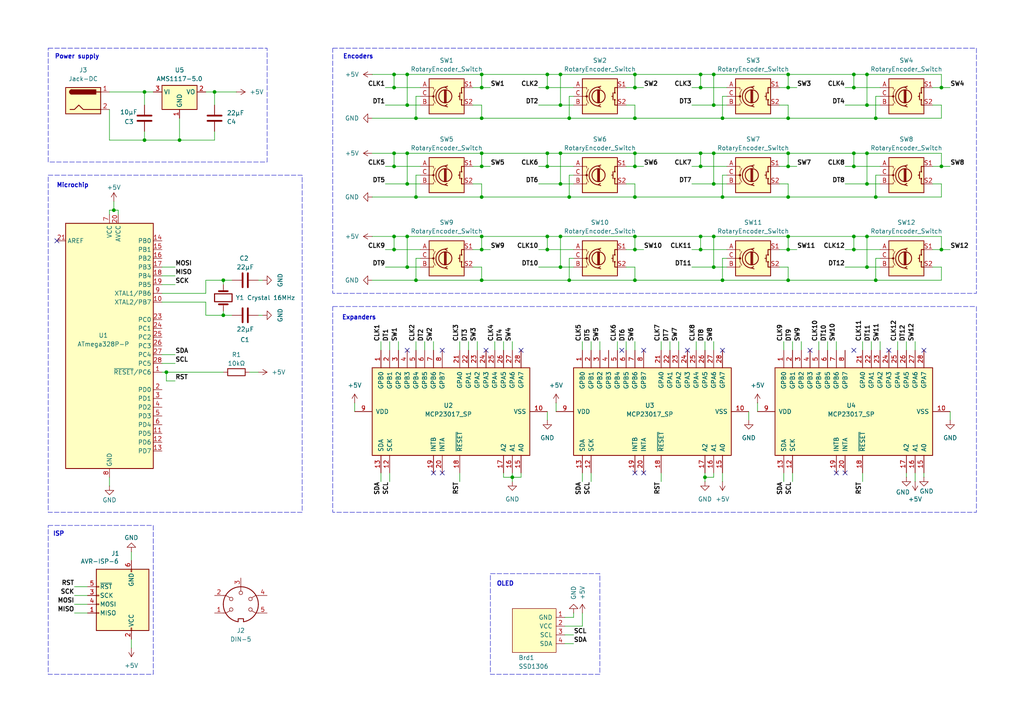
<source format=kicad_sch>
(kicad_sch (version 20250114) (generator "eeschema") (generator_version "9.0")
  (paper "A4")
  (title_block (title "MIDI Controller") (date "Oct. 2025"))
  (lib_symbols
    (symbol "Connector:AVR-ISP-6" (pin_names (offset 1.016))
      (property "Reference" "J" (at -6.35 11.43 0))
      (property "Value" "AVR-ISP-6" (at 0 11.43 0))
      (symbol "AVR-ISP-6_1_1"
        (pin passive line (at -2.54 12.7 270) (length 2.54) (name "VCC") (number "2"))
        (pin passive line (at -2.54 -10.16 90) (length 2.54) (name "GND") (number "6"))
        (pin passive line (at 10.16 5.08 180) (length 2.54) (name "MISO") (number "1"))
        (pin passive line (at 10.16 2.54 180) (length 2.54) (name "MOSI") (number "4"))
        (pin passive line (at 10.16 0 180) (length 2.54) (name "SCK") (number "3"))
        (pin passive line (at 10.16 -2.54 180) (length 2.54) (name "~{RST}") (number "5"))
      )
    )
    (symbol "Connector:DIN-5" (pin_names (offset 1.016))
      (property "Reference" "J" (at 3.175 5.715 0))
      (property "Value" "DIN-5" (at 0 -6.35 0))
      (symbol "DIN-5_1_1"
        (pin passive line (at -7.62 2.54 0) (length 2.54) (name "~") (number "2"))
        (pin passive line (at -7.62 -2.54 0) (length 2.54) (name "~") (number "1"))
        (pin passive line (at 0 7.62 270) (length 2.54) (name "~") (number "3"))
        (pin passive line (at 7.62 2.54 180) (length 2.54) (name "~") (number "4"))
        (pin passive line (at 7.62 -2.54 180) (length 2.54) (name "~") (number "5"))
      )
    )
    (symbol "Connector:Jack-DC" (pin_names (offset 1.016))
      (property "Reference" "J" (at 0 5.334 0))
      (property "Value" "Jack-DC" (at 0 -5.08 0))
      (symbol "Jack-DC_1_1"
        (pin passive line (at 7.62 2.54 180) (length 2.54) (name "~") (number "1"))
        (pin passive line (at 7.62 -2.54 180) (length 2.54) (name "~") (number "2"))
      )
    )
    (symbol "Device:C" (pin_numbers (hide yes)) (pin_names (offset 0.254))
      (property "Reference" "C" (at 0.635 2.54 0))
      (property "Value" "C" (at 0.635 -2.54 0))
      (symbol "C_1_1"
        (pin passive line (at 0 3.81 270) (length 2.794) (name "~") (number "1"))
        (pin passive line (at 0 -3.81 90) (length 2.794) (name "~") (number "2"))
      )
    )
    (symbol "Device:Crystal" (pin_numbers (hide yes)) (pin_names (offset 1.016) (hide yes))
      (property "Reference" "Y" (at 0 3.81 0))
      (property "Value" "Crystal" (at 0 -3.81 0))
      (symbol "Crystal_1_1"
        (pin passive line (at -3.81 0 0) (length 1.27) (name "1") (number "1"))
        (pin passive line (at 3.81 0 180) (length 1.27) (name "2") (number "2"))
      )
    )
    (symbol "Device:R" (pin_numbers (hide yes)) (pin_names (offset 0))
      (property "Reference" "R" (at 2.032 0 90))
      (property "Value" "R" (at 0 0 90))
      (symbol "R_1_1"
        (pin passive line (at 0 3.81 270) (length 1.27) (name "~") (number "1"))
        (pin passive line (at 0 -3.81 90) (length 1.27) (name "~") (number "2"))
      )
    )
    (symbol "Device:RotaryEncoder_Switch" (pin_names (offset 0.254) (hide yes))
      (property "Reference" "SW" (at 0 6.604 0))
      (property "Value" "RotaryEncoder_Switch" (at 0 -6.604 0))
      (symbol "RotaryEncoder_Switch_1_1"
        (pin passive line (at -7.62 2.54 0) (length 2.54) (name "A") (number "A"))
        (pin passive line (at -7.62 0 0) (length 2.54) (name "C") (number "C"))
        (pin passive line (at -7.62 -2.54 0) (length 2.54) (name "B") (number "B"))
        (pin passive line (at 7.62 2.54 180) (length 2.54) (name "S1") (number "S1"))
        (pin passive line (at 7.62 -2.54 180) (length 2.54) (name "S2") (number "S2"))
      )
    )
    (symbol "Interface_Expansion:MCP23017_SP" (pin_names (offset 1.016))
      (property "Reference" "U" (at -11.43 24.13 0))
      (property "Value" "MCP23017_SP" (at 0 0 0))
      (symbol "MCP23017_SP_1_1"
        (pin bidirectional line (at -17.78 20.32 0) (length 5.08) (name "SDA") (number "13"))
        (pin input line (at -17.78 17.78 0) (length 5.08) (name "SCK") (number "12"))
        (pin tri_state line (at -17.78 5.08 0) (length 5.08) (name "INTB") (number "19"))
        (pin tri_state line (at -17.78 2.54 0) (length 5.08) (name "INTA") (number "20"))
        (pin input line (at -17.78 -2.54 0) (length 5.08) (name "~{RESET}") (number "18"))
        (pin input line (at -17.78 -15.24 0) (length 5.08) (name "A2") (number "17"))
        (pin input line (at -17.78 -17.78 0) (length 5.08) (name "A1") (number "16"))
        (pin input line (at -17.78 -20.32 0) (length 5.08) (name "A0") (number "15"))
        (pin no_connect line (at -12.7 15.24 0) (length 5.08) (hide yes) (name "NC") (number "11"))
        (pin no_connect line (at -12.7 12.7 0) (length 5.08) (hide yes) (name "NC") (number "14"))
        (pin power_in line (at 0 27.94 270) (length 5.08) (name "VDD") (number "9"))
        (pin power_in line (at 0 -27.94 90) (length 5.08) (name "VSS") (number "10"))
        (pin bidirectional line (at 17.78 20.32 180) (length 5.08) (name "GPB0") (number "1"))
        (pin bidirectional line (at 17.78 17.78 180) (length 5.08) (name "GPB1") (number "2"))
        (pin bidirectional line (at 17.78 15.24 180) (length 5.08) (name "GPB2") (number "3"))
        (pin bidirectional line (at 17.78 12.7 180) (length 5.08) (name "GPB3") (number "4"))
        (pin bidirectional line (at 17.78 10.16 180) (length 5.08) (name "GPB4") (number "5"))
        (pin bidirectional line (at 17.78 7.62 180) (length 5.08) (name "GPB5") (number "6"))
        (pin bidirectional line (at 17.78 5.08 180) (length 5.08) (name "GPB6") (number "7"))
        (pin output line (at 17.78 2.54 180) (length 5.08) (name "GPB7") (number "8"))
        (pin bidirectional line (at 17.78 -2.54 180) (length 5.08) (name "GPA0") (number "21"))
        (pin bidirectional line (at 17.78 -5.08 180) (length 5.08) (name "GPA1") (number "22"))
        (pin bidirectional line (at 17.78 -7.62 180) (length 5.08) (name "GPA2") (number "23"))
        (pin bidirectional line (at 17.78 -10.16 180) (length 5.08) (name "GPA3") (number "24"))
        (pin bidirectional line (at 17.78 -12.7 180) (length 5.08) (name "GPA4") (number "25"))
        (pin bidirectional line (at 17.78 -15.24 180) (length 5.08) (name "GPA5") (number "26"))
        (pin bidirectional line (at 17.78 -17.78 180) (length 5.08) (name "GPA6") (number "27"))
        (pin output line (at 17.78 -20.32 180) (length 5.08) (name "GPA7") (number "28"))
      )
    )
    (symbol "MCU_Microchip_ATmega:ATmega328P-P"
      (property "Reference" "U" (at -12.7 36.83 0))
      (property "Value" "ATmega328P-P" (at 2.54 -36.83 0))
      (symbol "ATmega328P-P_1_1"
        (pin passive line (at -15.24 30.48 0) (length 2.54) (name "AREF") (number "21"))
        (pin power_in line (at 0 38.1 270) (length 2.54) (name "VCC") (number "7"))
        (pin passive line (at 0 -38.1 90) (length 2.54) (hide yes) (name "GND") (number "22"))
        (pin power_in line (at 0 -38.1 90) (length 2.54) (name "GND") (number "8"))
        (pin power_in line (at 2.54 38.1 270) (length 2.54) (name "AVCC") (number "20"))
        (pin bidirectional line (at 15.24 30.48 180) (length 2.54) (name "PB0") (number "14"))
        (pin bidirectional line (at 15.24 27.94 180) (length 2.54) (name "PB1") (number "15"))
        (pin bidirectional line (at 15.24 25.4 180) (length 2.54) (name "PB2") (number "16"))
        (pin bidirectional line (at 15.24 22.86 180) (length 2.54) (name "PB3") (number "17"))
        (pin bidirectional line (at 15.24 20.32 180) (length 2.54) (name "PB4") (number "18"))
        (pin bidirectional line (at 15.24 17.78 180) (length 2.54) (name "PB5") (number "19"))
        (pin bidirectional line (at 15.24 15.24 180) (length 2.54) (name "XTAL1/PB6") (number "9"))
        (pin bidirectional line (at 15.24 12.7 180) (length 2.54) (name "XTAL2/PB7") (number "10"))
        (pin bidirectional line (at 15.24 7.62 180) (length 2.54) (name "PC0") (number "23"))
        (pin bidirectional line (at 15.24 5.08 180) (length 2.54) (name "PC1") (number "24"))
        (pin bidirectional line (at 15.24 2.54 180) (length 2.54) (name "PC2") (number "25"))
        (pin bidirectional line (at 15.24 0 180) (length 2.54) (name "PC3") (number "26"))
        (pin bidirectional line (at 15.24 -2.54 180) (length 2.54) (name "PC4") (number "27"))
        (pin bidirectional line (at 15.24 -5.08 180) (length 2.54) (name "PC5") (number "28"))
        (pin bidirectional line (at 15.24 -7.62 180) (length 2.54) (name "~{RESET}/PC6") (number "1"))
        (pin bidirectional line (at 15.24 -12.7 180) (length 2.54) (name "PD0") (number "2"))
        (pin bidirectional line (at 15.24 -15.24 180) (length 2.54) (name "PD1") (number "3"))
        (pin bidirectional line (at 15.24 -17.78 180) (length 2.54) (name "PD2") (number "4"))
        (pin bidirectional line (at 15.24 -20.32 180) (length 2.54) (name "PD3") (number "5"))
        (pin bidirectional line (at 15.24 -22.86 180) (length 2.54) (name "PD4") (number "6"))
        (pin bidirectional line (at 15.24 -25.4 180) (length 2.54) (name "PD5") (number "11"))
        (pin bidirectional line (at 15.24 -27.94 180) (length 2.54) (name "PD6") (number "12"))
        (pin bidirectional line (at 15.24 -30.48 180) (length 2.54) (name "PD7") (number "13"))
      )
    )
    (symbol "Regulator_Linear:AMS1117-5.0"
      (property "Reference" "U" (at -3.81 3.175 0))
      (property "Value" "AMS1117-5.0" (at 0 3.175 0))
      (symbol "AMS1117-5.0_1_1"
        (pin power_in line (at -7.62 0 0) (length 2.54) (name "VI") (number "3"))
        (pin power_in line (at 0 -7.62 90) (length 2.54) (name "GND") (number "1"))
        (pin power_out line (at 7.62 0 180) (length 2.54) (name "VO") (number "2"))
      )
    )
    (symbol "SSD1306-128x64_OLED:SSD1306" (pin_names (offset 1.016))
      (property "Reference" "Brd" (at 0 -3.81 0))
      (property "Value" "SSD1306" (at 0 -1.27 0))
      (symbol "SSD1306_1_1"
        (pin input line (at -3.81 8.89 270) (length 2.54) (name "GND") (number "1"))
        (pin input line (at -1.27 8.89 270) (length 2.54) (name "VCC") (number "2"))
        (pin input line (at 1.27 8.89 270) (length 2.54) (name "SCL") (number "3"))
        (pin input line (at 3.81 8.89 270) (length 2.54) (name "SDA") (number "4"))
      )
    )
    (symbol "power:+5V" (power) (pin_numbers (hide yes)) (pin_names (offset 0) (hide yes))
      (property "Value" "+5V" (at 0 3.556 0))
      (symbol "+5V_1_1"
        (pin power_in line (at 0 0 90) (length 0) (name "~") (number "1"))
      )
    )
    (symbol "power:GND" (power) (pin_numbers (hide yes)) (pin_names (offset 0) (hide yes))
      (property "Value" "GND" (at 0 -3.81 0))
      (symbol "GND_1_1"
        (pin power_in line (at 0 0 270) (length 0) (name "~") (number "1"))
      )
    )
  )
  (rectangle (start 13.97 13.97) (end 77.47 46.99) (stroke (width 0.127) (type dash)))
  (rectangle (start 96.52 13.97) (end 283.21 85.09) (stroke (width 0.127) (type dash)))
  (rectangle (start 96.52 88.9) (end 283.21 148.59) (stroke (width 0.127) (type dash)))
  (rectangle (start 142.24 166.37) (end 173.99 195.58) (stroke (width 0.127) (type dash)))
  (rectangle (start 13.97 152.4) (end 44.45 195.58) (stroke (width 0.127) (type dash)))
  (rectangle (start 13.97 50.8) (end 87.63 148.59) (stroke (width 0.127) (type dash)))
  (text "Encoders" (at 103.886 16.51 0) (effects (font (size 1.27 1.27) (thickness 0.254) (bold yes))))
  (text "Power supply" (at 22.352 16.51 0) (effects (font (size 1.27 1.27) (thickness 0.254) (bold yes))))
  (text "Microchip" (at 21.082 53.848 0) (effects (font (size 1.27 1.27) (thickness 0.254) (bold yes))))
  (text "OLED" (at 146.558 169.418 0) (effects (font (size 1.27 1.27) (thickness 0.254) (bold yes))))
  (text "ISP" (at 17.018 154.94 0) (effects (font (size 1.27 1.27) (thickness 0.254) (bold yes))))
  (text "Expanders" (at 104.14 92.202 0) (effects (font (size 1.27 1.27) (thickness 0.254) (bold yes))))
  (junction (at 148.59 138.43))
  (junction (at 41.91 26.67))
  (junction (at 118.11 44.45))
  (junction (at 139.7 72.39))
  (junction (at 165.1 34.29))
  (junction (at 139.7 48.26))
  (junction (at 247.65 68.58))
  (junction (at 162.56 44.45))
  (junction (at 158.75 48.26))
  (junction (at 247.65 72.39))
  (junction (at 247.65 25.4))
  (junction (at 64.77 91.44))
  (junction (at 209.55 81.28))
  (junction (at 139.7 34.29))
  (junction (at 207.01 44.45))
  (junction (at 273.05 72.39))
  (junction (at 139.7 68.58))
  (junction (at 247.65 48.26))
  (junction (at 251.46 44.45))
  (junction (at 203.2 21.59))
  (junction (at 162.56 68.58))
  (junction (at 203.2 25.4))
  (junction (at 139.7 44.45))
  (junction (at 228.6 44.45))
  (junction (at 114.3 44.45))
  (junction (at 120.65 81.28))
  (junction (at 203.2 44.45))
  (junction (at 158.75 68.58))
  (junction (at 251.46 30.48))
  (junction (at 165.1 57.15))
  (junction (at 184.15 21.59))
  (junction (at 254 81.28))
  (junction (at 204.47 138.43))
  (junction (at 228.6 72.39))
  (junction (at 228.6 48.26))
  (junction (at 162.56 30.48))
  (junction (at 251.46 21.59))
  (junction (at 203.2 68.58))
  (junction (at 254 34.29))
  (junction (at 118.11 53.34))
  (junction (at 209.55 57.15))
  (junction (at 33.02 60.96))
  (junction (at 203.2 48.26))
  (junction (at 139.7 25.4))
  (junction (at 118.11 68.58))
  (junction (at 203.2 72.39))
  (junction (at 251.46 53.34))
  (junction (at 228.6 25.4))
  (junction (at 184.15 48.26))
  (junction (at 207.01 77.47))
  (junction (at 184.15 25.4))
  (junction (at 118.11 77.47))
  (junction (at 41.91 40.64))
  (junction (at 184.15 68.58))
  (junction (at 251.46 77.47))
  (junction (at 184.15 57.15))
  (junction (at 273.05 25.4))
  (junction (at 209.55 34.29))
  (junction (at 228.6 21.59))
  (junction (at 158.75 44.45))
  (junction (at 251.46 68.58))
  (junction (at 184.15 81.28))
  (junction (at 52.07 40.64))
  (junction (at 207.01 21.59))
  (junction (at 120.65 34.29))
  (junction (at 228.6 34.29))
  (junction (at 118.11 30.48))
  (junction (at 64.77 81.28))
  (junction (at 162.56 21.59))
  (junction (at 207.01 68.58))
  (junction (at 247.65 44.45))
  (junction (at 228.6 57.15))
  (junction (at 184.15 44.45))
  (junction (at 114.3 48.26))
  (junction (at 114.3 25.4))
  (junction (at 139.7 81.28))
  (junction (at 247.65 21.59))
  (junction (at 162.56 53.34))
  (junction (at 139.7 57.15))
  (junction (at 114.3 68.58))
  (junction (at 114.3 72.39))
  (junction (at 62.23 26.67))
  (junction (at 114.3 21.59))
  (junction (at 158.75 72.39))
  (junction (at 184.15 72.39))
  (junction (at 118.11 21.59))
  (junction (at 165.1 81.28))
  (junction (at 158.75 25.4))
  (junction (at 207.01 30.48))
  (junction (at 254 57.15))
  (junction (at 184.15 34.29))
  (junction (at 228.6 68.58))
  (junction (at 162.56 77.47))
  (junction (at 207.01 53.34))
  (junction (at 120.65 57.15))
  (junction (at 48.26 107.95))
  (junction (at 273.05 48.26))
  (junction (at 139.7 21.59))
  (junction (at 228.6 81.28))
  (junction (at 158.75 21.59))
  (no_connect (at 128.27 101.6))
  (no_connect (at 199.39 101.6))
  (no_connect (at 180.34 101.6))
  (no_connect (at 128.27 137.16))
  (no_connect (at 140.97 101.6))
  (no_connect (at 209.55 101.6))
  (no_connect (at 151.13 101.6))
  (no_connect (at 245.11 137.16))
  (no_connect (at 242.57 137.16))
  (no_connect (at 257.81 101.6))
  (no_connect (at 125.73 137.16))
  (no_connect (at 247.65 101.6))
  (no_connect (at 186.69 137.16))
  (no_connect (at 234.95 101.6))
  (no_connect (at 16.51 69.85))
  (no_connect (at 186.69 101.6))
  (no_connect (at 184.15 137.16))
  (no_connect (at 118.11 101.6))
  (no_connect (at 267.97 101.6))
  (wire (pts (xy 255.27 99.06) (xy 255.27 101.6)))
  (wire (pts (xy 139.7 77.47) (xy 139.7 81.28)))
  (wire (pts (xy 156.21 77.47) (xy 162.56 77.47)))
  (wire (pts (xy 245.11 25.4) (xy 247.65 25.4)))
  (wire (pts (xy 62.23 26.67) (xy 62.23 30.48)))
  (wire (pts (xy 158.75 72.39) (xy 166.37 72.39)))
  (wire (pts (xy 228.6 72.39) (xy 231.14 72.39)))
  (wire (pts (xy 139.7 44.45) (xy 139.7 48.26)))
  (wire (pts (xy 34.29 62.23) (xy 34.29 60.96)))
  (wire (pts (xy 270.51 25.4) (xy 273.05 25.4)))
  (wire (pts (xy 166.37 177.8) (xy 166.37 179.07)))
  (wire (pts (xy 184.15 44.45) (xy 203.2 44.45)))
  (wire (pts (xy 64.77 81.28) (xy 64.77 82.55)))
  (wire (pts (xy 260.35 99.06) (xy 260.35 101.6)))
  (wire (pts (xy 158.75 68.58) (xy 162.56 68.58)))
  (wire (pts (xy 148.59 137.16) (xy 148.59 138.43)))
  (wire (pts (xy 254 74.93) (xy 255.27 74.93)))
  (wire (pts (xy 203.2 44.45) (xy 207.01 44.45)))
  (wire (pts (xy 184.15 53.34) (xy 181.61 53.34)))
  (wire (pts (xy 120.65 34.29) (xy 120.65 27.94)))
  (wire (pts (xy 162.56 68.58) (xy 184.15 68.58)))
  (wire (pts (xy 204.47 137.16) (xy 204.47 138.43)))
  (wire (pts (xy 139.7 30.48) (xy 137.16 30.48)))
  (wire (pts (xy 143.51 99.06) (xy 143.51 101.6)))
  (wire (pts (xy 184.15 68.58) (xy 184.15 72.39)))
  (wire (pts (xy 273.05 53.34) (xy 270.51 53.34)))
  (wire (pts (xy 228.6 30.48) (xy 228.6 34.29)))
  (wire (pts (xy 200.66 25.4) (xy 203.2 25.4)))
  (wire (pts (xy 102.87 116.84) (xy 102.87 119.38)))
  (wire (pts (xy 158.75 21.59) (xy 158.75 25.4)))
  (wire (pts (xy 270.51 48.26) (xy 273.05 48.26)))
  (wire (pts (xy 156.21 25.4) (xy 158.75 25.4)))
  (wire (pts (xy 228.6 25.4) (xy 231.14 25.4)))
  (wire (pts (xy 46.99 77.47) (xy 50.8 77.47)))
  (wire (pts (xy 46.99 82.55) (xy 50.8 82.55)))
  (wire (pts (xy 156.21 53.34) (xy 162.56 53.34)))
  (wire (pts (xy 228.6 77.47) (xy 226.06 77.47)))
  (wire (pts (xy 207.01 21.59) (xy 228.6 21.59)))
  (wire (pts (xy 41.91 40.64) (xy 31.75 40.64)))
  (wire (pts (xy 21.59 175.26) (xy 25.4 175.26)))
  (wire (pts (xy 21.59 170.18) (xy 25.4 170.18)))
  (wire (pts (xy 52.07 40.64) (xy 41.91 40.64)))
  (wire (pts (xy 200.66 77.47) (xy 207.01 77.47)))
  (wire (pts (xy 158.75 25.4) (xy 166.37 25.4)))
  (wire (pts (xy 74.93 81.28) (xy 76.2 81.28)))
  (wire (pts (xy 247.65 68.58) (xy 251.46 68.58)))
  (wire (pts (xy 209.55 57.15) (xy 209.55 50.8)))
  (wire (pts (xy 254 57.15) (xy 254 50.8)))
  (wire (pts (xy 135.89 99.06) (xy 135.89 101.6)))
  (wire (pts (xy 161.29 116.84) (xy 161.29 119.38)))
  (wire (pts (xy 138.43 99.06) (xy 138.43 101.6)))
  (wire (pts (xy 64.77 91.44) (xy 64.77 90.17)))
  (wire (pts (xy 162.56 21.59) (xy 184.15 21.59)))
  (wire (pts (xy 207.01 68.58) (xy 228.6 68.58)))
  (wire (pts (xy 111.76 77.47) (xy 118.11 77.47)))
  (wire (pts (xy 196.85 99.06) (xy 196.85 101.6)))
  (wire (pts (xy 184.15 48.26) (xy 186.69 48.26)))
  (wire (pts (xy 52.07 34.29) (xy 52.07 40.64)))
  (wire (pts (xy 207.01 30.48) (xy 210.82 30.48)))
  (wire (pts (xy 120.65 57.15) (xy 120.65 50.8)))
  (wire (pts (xy 181.61 48.26) (xy 184.15 48.26)))
  (wire (pts (xy 120.65 99.06) (xy 120.65 101.6)))
  (wire (pts (xy 207.01 68.58) (xy 207.01 77.47)))
  (wire (pts (xy 59.69 87.63) (xy 59.69 91.44)))
  (wire (pts (xy 165.1 27.94) (xy 166.37 27.94)))
  (wire (pts (xy 171.45 99.06) (xy 171.45 101.6)))
  (wire (pts (xy 33.02 58.42) (xy 33.02 60.96)))
  (wire (pts (xy 111.76 72.39) (xy 114.3 72.39)))
  (wire (pts (xy 228.6 81.28) (xy 254 81.28)))
  (wire (pts (xy 209.55 74.93) (xy 210.82 74.93)))
  (wire (pts (xy 247.65 44.45) (xy 247.65 48.26)))
  (wire (pts (xy 247.65 68.58) (xy 247.65 72.39)))
  (wire (pts (xy 200.66 48.26) (xy 203.2 48.26)))
  (wire (pts (xy 251.46 21.59) (xy 251.46 30.48)))
  (wire (pts (xy 209.55 81.28) (xy 209.55 74.93)))
  (wire (pts (xy 162.56 44.45) (xy 184.15 44.45)))
  (wire (pts (xy 228.6 68.58) (xy 228.6 72.39)))
  (wire (pts (xy 184.15 44.45) (xy 184.15 48.26)))
  (wire (pts (xy 146.05 99.06) (xy 146.05 101.6)))
  (wire (pts (xy 184.15 30.48) (xy 184.15 34.29)))
  (wire (pts (xy 203.2 21.59) (xy 203.2 25.4)))
  (wire (pts (xy 184.15 68.58) (xy 203.2 68.58)))
  (wire (pts (xy 31.75 26.67) (xy 41.91 26.67)))
  (wire (pts (xy 165.1 57.15) (xy 165.1 50.8)))
  (wire (pts (xy 120.65 74.93) (xy 121.92 74.93)))
  (wire (pts (xy 207.01 99.06) (xy 207.01 101.6)))
  (wire (pts (xy 113.03 137.16) (xy 113.03 139.7)))
  (wire (pts (xy 203.2 44.45) (xy 203.2 48.26)))
  (wire (pts (xy 46.99 102.87) (xy 50.8 102.87)))
  (wire (pts (xy 158.75 68.58) (xy 158.75 72.39)))
  (wire (pts (xy 137.16 72.39) (xy 139.7 72.39)))
  (wire (pts (xy 265.43 137.16) (xy 265.43 139.7)))
  (wire (pts (xy 228.6 57.15) (xy 254 57.15)))
  (wire (pts (xy 162.56 21.59) (xy 162.56 30.48)))
  (wire (pts (xy 120.65 34.29) (xy 139.7 34.29)))
  (wire (pts (xy 209.55 137.16) (xy 209.55 139.7)))
  (wire (pts (xy 270.51 72.39) (xy 273.05 72.39)))
  (wire (pts (xy 226.06 25.4) (xy 228.6 25.4)))
  (wire (pts (xy 123.19 99.06) (xy 123.19 101.6)))
  (wire (pts (xy 228.6 53.34) (xy 228.6 57.15)))
  (wire (pts (xy 107.95 34.29) (xy 120.65 34.29)))
  (wire (pts (xy 254 34.29) (xy 273.05 34.29)))
  (wire (pts (xy 184.15 34.29) (xy 209.55 34.29)))
  (wire (pts (xy 59.69 91.44) (xy 64.77 91.44)))
  (wire (pts (xy 62.23 40.64) (xy 52.07 40.64)))
  (wire (pts (xy 254 81.28) (xy 254 74.93)))
  (wire (pts (xy 162.56 30.48) (xy 166.37 30.48)))
  (wire (pts (xy 267.97 137.16) (xy 267.97 138.43)))
  (wire (pts (xy 46.99 105.41) (xy 50.8 105.41)))
  (wire (pts (xy 262.89 99.06) (xy 262.89 101.6)))
  (wire (pts (xy 114.3 68.58) (xy 118.11 68.58)))
  (wire (pts (xy 179.07 99.06) (xy 179.07 101.6)))
  (wire (pts (xy 120.65 50.8) (xy 121.92 50.8)))
  (wire (pts (xy 203.2 21.59) (xy 207.01 21.59)))
  (wire (pts (xy 48.26 110.49) (xy 48.26 107.95)))
  (wire (pts (xy 139.7 21.59) (xy 139.7 25.4)))
  (wire (pts (xy 247.65 21.59) (xy 247.65 25.4)))
  (wire (pts (xy 64.77 81.28) (xy 67.31 81.28)))
  (wire (pts (xy 118.11 68.58) (xy 118.11 77.47)))
  (wire (pts (xy 228.6 77.47) (xy 228.6 81.28)))
  (wire (pts (xy 114.3 21.59) (xy 114.3 25.4)))
  (wire (pts (xy 203.2 68.58) (xy 203.2 72.39)))
  (wire (pts (xy 165.1 50.8) (xy 166.37 50.8)))
  (wire (pts (xy 207.01 137.16) (xy 207.01 138.43)))
  (wire (pts (xy 118.11 77.47) (xy 121.92 77.47)))
  (wire (pts (xy 273.05 72.39) (xy 275.59 72.39)))
  (wire (pts (xy 41.91 38.1) (xy 41.91 40.64)))
  (wire (pts (xy 247.65 44.45) (xy 251.46 44.45)))
  (wire (pts (xy 191.77 137.16) (xy 191.77 139.7)))
  (wire (pts (xy 114.3 44.45) (xy 114.3 48.26)))
  (wire (pts (xy 227.33 137.16) (xy 227.33 139.7)))
  (wire (pts (xy 207.01 138.43) (xy 204.47 138.43)))
  (wire (pts (xy 203.2 72.39) (xy 210.82 72.39)))
  (wire (pts (xy 120.65 81.28) (xy 139.7 81.28)))
  (wire (pts (xy 184.15 57.15) (xy 209.55 57.15)))
  (wire (pts (xy 273.05 30.48) (xy 270.51 30.48)))
  (wire (pts (xy 245.11 72.39) (xy 247.65 72.39)))
  (wire (pts (xy 158.75 21.59) (xy 162.56 21.59)))
  (wire (pts (xy 275.59 119.38) (xy 275.59 121.92)))
  (wire (pts (xy 139.7 34.29) (xy 165.1 34.29)))
  (wire (pts (xy 38.1 185.42) (xy 38.1 187.96)))
  (wire (pts (xy 111.76 53.34) (xy 118.11 53.34)))
  (wire (pts (xy 168.91 99.06) (xy 168.91 101.6)))
  (wire (pts (xy 151.13 137.16) (xy 151.13 138.43)))
  (wire (pts (xy 111.76 25.4) (xy 114.3 25.4)))
  (wire (pts (xy 200.66 30.48) (xy 207.01 30.48)))
  (wire (pts (xy 46.99 80.01) (xy 50.8 80.01)))
  (wire (pts (xy 245.11 77.47) (xy 251.46 77.47)))
  (wire (pts (xy 41.91 26.67) (xy 44.45 26.67)))
  (wire (pts (xy 228.6 34.29) (xy 254 34.29)))
  (wire (pts (xy 158.75 44.45) (xy 162.56 44.45)))
  (wire (pts (xy 68.58 26.67) (xy 62.23 26.67)))
  (wire (pts (xy 31.75 31.75) (xy 31.75 40.64)))
  (wire (pts (xy 184.15 53.34) (xy 184.15 57.15)))
  (wire (pts (xy 200.66 53.34) (xy 207.01 53.34)))
  (wire (pts (xy 200.66 72.39) (xy 203.2 72.39)))
  (wire (pts (xy 139.7 48.26) (xy 142.24 48.26)))
  (wire (pts (xy 242.57 99.06) (xy 242.57 101.6)))
  (wire (pts (xy 228.6 44.45) (xy 247.65 44.45)))
  (wire (pts (xy 254 34.29) (xy 254 27.94)))
  (wire (pts (xy 148.59 138.43) (xy 148.59 139.7)))
  (wire (pts (xy 184.15 21.59) (xy 203.2 21.59)))
  (wire (pts (xy 168.91 137.16) (xy 168.91 139.7)))
  (wire (pts (xy 273.05 44.45) (xy 273.05 48.26)))
  (wire (pts (xy 204.47 138.43) (xy 204.47 139.7)))
  (wire (pts (xy 203.2 68.58) (xy 207.01 68.58)))
  (wire (pts (xy 107.95 57.15) (xy 120.65 57.15)))
  (wire (pts (xy 251.46 44.45) (xy 273.05 44.45)))
  (wire (pts (xy 165.1 34.29) (xy 165.1 27.94)))
  (wire (pts (xy 162.56 68.58) (xy 162.56 77.47)))
  (wire (pts (xy 110.49 137.16) (xy 110.49 139.7)))
  (wire (pts (xy 252.73 99.06) (xy 252.73 101.6)))
  (wire (pts (xy 207.01 44.45) (xy 207.01 53.34)))
  (wire (pts (xy 194.31 99.06) (xy 194.31 101.6)))
  (wire (pts (xy 115.57 99.06) (xy 115.57 101.6)))
  (wire (pts (xy 228.6 68.58) (xy 247.65 68.58)))
  (wire (pts (xy 203.2 25.4) (xy 210.82 25.4)))
  (wire (pts (xy 107.95 81.28) (xy 120.65 81.28)))
  (wire (pts (xy 254 50.8) (xy 255.27 50.8)))
  (wire (pts (xy 139.7 25.4) (xy 142.24 25.4)))
  (wire (pts (xy 139.7 53.34) (xy 139.7 57.15)))
  (wire (pts (xy 228.6 53.34) (xy 226.06 53.34)))
  (wire (pts (xy 31.75 60.96) (xy 33.02 60.96)))
  (wire (pts (xy 107.95 44.45) (xy 114.3 44.45)))
  (wire (pts (xy 146.05 138.43) (xy 148.59 138.43)))
  (wire (pts (xy 226.06 72.39) (xy 228.6 72.39)))
  (wire (pts (xy 207.01 21.59) (xy 207.01 30.48)))
  (wire (pts (xy 139.7 30.48) (xy 139.7 34.29)))
  (wire (pts (xy 273.05 53.34) (xy 273.05 57.15)))
  (wire (pts (xy 111.76 30.48) (xy 118.11 30.48)))
  (wire (pts (xy 228.6 48.26) (xy 231.14 48.26)))
  (wire (pts (xy 232.41 99.06) (xy 232.41 101.6)))
  (wire (pts (xy 165.1 81.28) (xy 184.15 81.28)))
  (wire (pts (xy 162.56 77.47) (xy 166.37 77.47)))
  (wire (pts (xy 133.35 137.16) (xy 133.35 139.7)))
  (wire (pts (xy 118.11 53.34) (xy 121.92 53.34)))
  (wire (pts (xy 118.11 21.59) (xy 118.11 30.48)))
  (wire (pts (xy 237.49 99.06) (xy 237.49 101.6)))
  (wire (pts (xy 184.15 30.48) (xy 181.61 30.48)))
  (wire (pts (xy 209.55 50.8) (xy 210.82 50.8)))
  (wire (pts (xy 118.11 30.48) (xy 121.92 30.48)))
  (wire (pts (xy 137.16 25.4) (xy 139.7 25.4)))
  (wire (pts (xy 184.15 77.47) (xy 181.61 77.47)))
  (wire (pts (xy 254 81.28) (xy 273.05 81.28)))
  (wire (pts (xy 165.1 57.15) (xy 184.15 57.15)))
  (wire (pts (xy 184.15 77.47) (xy 184.15 81.28)))
  (wire (pts (xy 163.83 186.69) (xy 166.37 186.69)))
  (wire (pts (xy 46.99 107.95) (xy 48.26 107.95)))
  (wire (pts (xy 209.55 57.15) (xy 228.6 57.15)))
  (wire (pts (xy 50.8 110.49) (xy 48.26 110.49)))
  (wire (pts (xy 251.46 21.59) (xy 273.05 21.59)))
  (wire (pts (xy 273.05 68.58) (xy 273.05 72.39)))
  (wire (pts (xy 72.39 107.95) (xy 74.93 107.95)))
  (wire (pts (xy 118.11 68.58) (xy 139.7 68.58)))
  (wire (pts (xy 247.65 48.26) (xy 255.27 48.26)))
  (wire (pts (xy 110.49 99.06) (xy 110.49 101.6)))
  (wire (pts (xy 21.59 172.72) (xy 25.4 172.72)))
  (wire (pts (xy 114.3 68.58) (xy 114.3 72.39)))
  (wire (pts (xy 107.95 68.58) (xy 114.3 68.58)))
  (wire (pts (xy 209.55 81.28) (xy 228.6 81.28)))
  (wire (pts (xy 227.33 99.06) (xy 227.33 101.6)))
  (wire (pts (xy 184.15 72.39) (xy 186.69 72.39)))
  (wire (pts (xy 251.46 68.58) (xy 251.46 77.47)))
  (wire (pts (xy 59.69 85.09) (xy 59.69 81.28)))
  (wire (pts (xy 158.75 119.38) (xy 158.75 121.92)))
  (wire (pts (xy 250.19 137.16) (xy 250.19 139.7)))
  (wire (pts (xy 219.71 116.84) (xy 219.71 119.38)))
  (wire (pts (xy 139.7 57.15) (xy 165.1 57.15)))
  (wire (pts (xy 254 27.94) (xy 255.27 27.94)))
  (wire (pts (xy 181.61 99.06) (xy 181.61 101.6)))
  (wire (pts (xy 265.43 99.06) (xy 265.43 101.6)))
  (wire (pts (xy 251.46 77.47) (xy 255.27 77.47)))
  (wire (pts (xy 114.3 25.4) (xy 121.92 25.4)))
  (wire (pts (xy 146.05 137.16) (xy 146.05 138.43)))
  (wire (pts (xy 139.7 68.58) (xy 158.75 68.58)))
  (wire (pts (xy 162.56 44.45) (xy 162.56 53.34)))
  (wire (pts (xy 139.7 72.39) (xy 142.24 72.39)))
  (wire (pts (xy 38.1 160.02) (xy 38.1 162.56)))
  (wire (pts (xy 228.6 44.45) (xy 228.6 48.26)))
  (wire (pts (xy 62.23 38.1) (xy 62.23 40.64)))
  (wire (pts (xy 217.17 119.38) (xy 217.17 121.92)))
  (wire (pts (xy 34.29 60.96) (xy 33.02 60.96)))
  (wire (pts (xy 207.01 77.47) (xy 210.82 77.47)))
  (wire (pts (xy 166.37 179.07) (xy 163.83 179.07)))
  (wire (pts (xy 273.05 30.48) (xy 273.05 34.29)))
  (wire (pts (xy 165.1 81.28) (xy 165.1 74.93)))
  (wire (pts (xy 273.05 25.4) (xy 275.59 25.4)))
  (wire (pts (xy 41.91 26.67) (xy 41.91 30.48)))
  (wire (pts (xy 229.87 137.16) (xy 229.87 139.7)))
  (wire (pts (xy 240.03 99.06) (xy 240.03 101.6)))
  (wire (pts (xy 139.7 44.45) (xy 158.75 44.45)))
  (wire (pts (xy 273.05 48.26) (xy 275.59 48.26)))
  (wire (pts (xy 204.47 99.06) (xy 204.47 101.6)))
  (wire (pts (xy 168.91 177.8) (xy 168.91 181.61)))
  (wire (pts (xy 209.55 34.29) (xy 228.6 34.29)))
  (wire (pts (xy 273.05 21.59) (xy 273.05 25.4)))
  (wire (pts (xy 64.77 91.44) (xy 67.31 91.44)))
  (wire (pts (xy 162.56 53.34) (xy 166.37 53.34)))
  (wire (pts (xy 139.7 81.28) (xy 165.1 81.28)))
  (wire (pts (xy 251.46 30.48) (xy 255.27 30.48)))
  (wire (pts (xy 156.21 30.48) (xy 162.56 30.48)))
  (wire (pts (xy 254 57.15) (xy 273.05 57.15)))
  (wire (pts (xy 191.77 99.06) (xy 191.77 101.6)))
  (wire (pts (xy 31.75 138.43) (xy 31.75 140.97)))
  (wire (pts (xy 203.2 48.26) (xy 210.82 48.26)))
  (wire (pts (xy 118.11 44.45) (xy 139.7 44.45)))
  (wire (pts (xy 251.46 44.45) (xy 251.46 53.34)))
  (wire (pts (xy 181.61 25.4) (xy 184.15 25.4)))
  (wire (pts (xy 273.05 77.47) (xy 273.05 81.28)))
  (wire (pts (xy 46.99 85.09) (xy 59.69 85.09)))
  (wire (pts (xy 139.7 53.34) (xy 137.16 53.34)))
  (wire (pts (xy 228.6 30.48) (xy 226.06 30.48)))
  (wire (pts (xy 247.65 25.4) (xy 255.27 25.4)))
  (wire (pts (xy 165.1 74.93) (xy 166.37 74.93)))
  (wire (pts (xy 120.65 81.28) (xy 120.65 74.93)))
  (wire (pts (xy 250.19 99.06) (xy 250.19 101.6)))
  (wire (pts (xy 125.73 99.06) (xy 125.73 101.6)))
  (wire (pts (xy 113.03 99.06) (xy 113.03 101.6)))
  (wire (pts (xy 139.7 68.58) (xy 139.7 72.39)))
  (wire (pts (xy 226.06 48.26) (xy 228.6 48.26)))
  (wire (pts (xy 184.15 25.4) (xy 186.69 25.4)))
  (wire (pts (xy 173.99 99.06) (xy 173.99 101.6)))
  (wire (pts (xy 148.59 99.06) (xy 148.59 101.6)))
  (wire (pts (xy 184.15 81.28) (xy 209.55 81.28)))
  (wire (pts (xy 184.15 21.59) (xy 184.15 25.4)))
  (wire (pts (xy 107.95 21.59) (xy 114.3 21.59)))
  (wire (pts (xy 111.76 48.26) (xy 114.3 48.26)))
  (wire (pts (xy 229.87 99.06) (xy 229.87 101.6)))
  (wire (pts (xy 118.11 44.45) (xy 118.11 53.34)))
  (wire (pts (xy 158.75 44.45) (xy 158.75 48.26)))
  (wire (pts (xy 245.11 48.26) (xy 247.65 48.26)))
  (wire (pts (xy 184.15 99.06) (xy 184.15 101.6)))
  (wire (pts (xy 21.59 177.8) (xy 25.4 177.8)))
  (wire (pts (xy 228.6 21.59) (xy 228.6 25.4)))
  (wire (pts (xy 273.05 77.47) (xy 270.51 77.47)))
  (wire (pts (xy 209.55 27.94) (xy 210.82 27.94)))
  (wire (pts (xy 207.01 53.34) (xy 210.82 53.34)))
  (wire (pts (xy 120.65 57.15) (xy 139.7 57.15)))
  (wire (pts (xy 156.21 72.39) (xy 158.75 72.39)))
  (wire (pts (xy 245.11 30.48) (xy 251.46 30.48)))
  (wire (pts (xy 245.11 53.34) (xy 251.46 53.34)))
  (wire (pts (xy 247.65 72.39) (xy 255.27 72.39)))
  (wire (pts (xy 31.75 60.96) (xy 31.75 62.23)))
  (wire (pts (xy 247.65 21.59) (xy 251.46 21.59)))
  (wire (pts (xy 137.16 48.26) (xy 139.7 48.26)))
  (wire (pts (xy 156.21 48.26) (xy 158.75 48.26)))
  (wire (pts (xy 168.91 181.61) (xy 163.83 181.61)))
  (wire (pts (xy 133.35 99.06) (xy 133.35 101.6)))
  (wire (pts (xy 48.26 107.95) (xy 64.77 107.95)))
  (wire (pts (xy 228.6 21.59) (xy 247.65 21.59)))
  (wire (pts (xy 114.3 48.26) (xy 121.92 48.26)))
  (wire (pts (xy 209.55 34.29) (xy 209.55 27.94)))
  (wire (pts (xy 158.75 48.26) (xy 166.37 48.26)))
  (wire (pts (xy 171.45 137.16) (xy 171.45 139.7)))
  (wire (pts (xy 114.3 44.45) (xy 118.11 44.45)))
  (wire (pts (xy 74.93 91.44) (xy 76.2 91.44)))
  (wire (pts (xy 251.46 53.34) (xy 255.27 53.34)))
  (wire (pts (xy 181.61 72.39) (xy 184.15 72.39)))
  (wire (pts (xy 165.1 34.29) (xy 184.15 34.29)))
  (wire (pts (xy 201.93 99.06) (xy 201.93 101.6)))
  (wire (pts (xy 62.23 26.67) (xy 59.69 26.67)))
  (wire (pts (xy 163.83 184.15) (xy 166.37 184.15)))
  (wire (pts (xy 46.99 87.63) (xy 59.69 87.63)))
  (wire (pts (xy 139.7 77.47) (xy 137.16 77.47)))
  (wire (pts (xy 251.46 68.58) (xy 273.05 68.58)))
  (wire (pts (xy 207.01 44.45) (xy 228.6 44.45)))
  (wire (pts (xy 262.89 137.16) (xy 262.89 138.43)))
  (wire (pts (xy 59.69 81.28) (xy 64.77 81.28)))
  (wire (pts (xy 151.13 138.43) (xy 148.59 138.43)))
  (wire (pts (xy 118.11 21.59) (xy 139.7 21.59)))
  (wire (pts (xy 114.3 21.59) (xy 118.11 21.59)))
  (wire (pts (xy 120.65 27.94) (xy 121.92 27.94)))
  (wire (pts (xy 139.7 21.59) (xy 158.75 21.59)))
  (wire (pts (xy 114.3 72.39) (xy 121.92 72.39)))
  (label "SW7" (at 231.14 48.26 0) (effects (font (thickness 0.254) (bold yes))))
  (label "DT9" (at 229.87 99.06 90) (effects (font (thickness 0.254) (bold yes))))
  (label "CLK5" (at 168.91 99.06 90) (effects (font (thickness 0.254) (bold yes))))
  (label "CLK7" (at 191.77 99.06 90) (effects (font (thickness 0.254) (bold yes))))
  (label "SW12" (at 265.43 99.06 90) (effects (font (thickness 0.254) (bold yes))))
  (label "SW10" (at 186.69 72.39 0) (effects (font (thickness 0.254) (bold yes))))
  (label "DT5" (at 171.45 99.06 90) (effects (font (thickness 0.254) (bold yes))))
  (label "CLK1" (at 110.49 99.06 90) (effects (font (thickness 0.254) (bold yes))))
  (label "SCL" (at 50.8 105.41 0) (effects (font (thickness 0.254) (bold yes))))
  (label "DT1" (at 111.76 30.48 180) (effects (font (thickness 0.254) (bold yes))))
  (label "CLK5" (at 111.76 48.26 180) (effects (font (thickness 0.254) (bold yes))))
  (label "SW6" (at 184.15 99.06 90) (effects (font (thickness 0.254) (bold yes))))
  (label "SDA" (at 110.49 139.7 270) (effects (font (thickness 0.254) (bold yes))))
  (label "DT10" (at 156.21 77.47 180) (effects (font (thickness 0.254) (bold yes))))
  (label "CLK3" (at 200.66 25.4 180) (effects (font (thickness 0.254) (bold yes))))
  (label "CLK3" (at 133.35 99.06 90) (effects (font (thickness 0.254) (bold yes))))
  (label "RST" (at 191.77 139.7 270) (effects (font (thickness 0.254) (bold yes))))
  (label "DT8" (at 204.47 99.06 90) (effects (font (thickness 0.254) (bold yes))))
  (label "RST" (at 21.59 170.18 180) (effects (font (thickness 0.254) (bold yes))))
  (label "SDA" (at 166.37 186.69 0) (effects (font (thickness 0.254) (bold yes))))
  (label "SCL" (at 166.37 184.15 0) (effects (font (thickness 0.254) (bold yes))))
  (label "SW2" (at 186.69 25.4 0) (effects (font (thickness 0.254) (bold yes))))
  (label "DT7" (at 200.66 53.34 180) (effects (font (thickness 0.254) (bold yes))))
  (label "DT12" (at 245.11 77.47 180) (effects (font (thickness 0.254) (bold yes))))
  (label "SW8" (at 275.59 48.26 0) (effects (font (thickness 0.254) (bold yes))))
  (label "MOSI" (at 21.59 175.26 180) (effects (font (thickness 0.254) (bold yes))))
  (label "CLK10" (at 156.21 72.39 180) (effects (font (thickness 0.254) (bold yes))))
  (label "CLK1" (at 111.76 25.4 180) (effects (font (thickness 0.254) (bold yes))))
  (label "CLK6" (at 179.07 99.06 90) (effects (font (thickness 0.254) (bold yes))))
  (label "DT4" (at 146.05 99.06 90) (effects (font (thickness 0.254) (bold yes))))
  (label "CLK9" (at 227.33 99.06 90) (effects (font (thickness 0.254) (bold yes))))
  (label "CLK4" (at 245.11 25.4 180) (effects (font (thickness 0.254) (bold yes))))
  (label "SW9" (at 232.41 99.06 90) (effects (font (thickness 0.254) (bold yes))))
  (label "CLK2" (at 120.65 99.06 90) (effects (font (thickness 0.254) (bold yes))))
  (label "DT4" (at 245.11 30.48 180) (effects (font (thickness 0.254) (bold yes))))
  (label "SW11" (at 231.14 72.39 0) (effects (font (thickness 0.254) (bold yes))))
  (label "SW11" (at 255.27 99.06 90) (effects (font (thickness 0.254) (bold yes))))
  (label "DT11" (at 200.66 77.47 180) (effects (font (thickness 0.254) (bold yes))))
  (label "SDA" (at 168.91 139.7 270) (effects (font (thickness 0.254) (bold yes))))
  (label "RST" (at 250.19 139.7 270) (effects (font (thickness 0.254) (bold yes))))
  (label "SW7" (at 196.85 99.06 90) (effects (font (thickness 0.254) (bold yes))))
  (label "CLK12" (at 260.35 99.06 90) (effects (font (thickness 0.254) (bold yes))))
  (label "SDA" (at 227.33 139.7 270) (effects (font (thickness 0.254) (bold yes))))
  (label "SW5" (at 173.99 99.06 90) (effects (font (thickness 0.254) (bold yes))))
  (label "CLK9" (at 111.76 72.39 180) (effects (font (thickness 0.254) (bold yes))))
  (label "SW1" (at 142.24 25.4 0) (effects (font (thickness 0.254) (bold yes))))
  (label "SW3" (at 138.43 99.06 90) (effects (font (thickness 0.254) (bold yes))))
  (label "SW1" (at 115.57 99.06 90) (effects (font (thickness 0.254) (bold yes))))
  (label "DT12" (at 262.89 99.06 90) (effects (font (thickness 0.254) (bold yes))))
  (label "SW4" (at 275.59 25.4 0) (effects (font (thickness 0.254) (bold yes))))
  (label "DT11" (at 252.73 99.06 90) (effects (font (thickness 0.254) (bold yes))))
  (label "SCL" (at 171.45 139.7 270) (effects (font (thickness 0.254) (bold yes))))
  (label "SW6" (at 186.69 48.26 0) (effects (font (thickness 0.254) (bold yes))))
  (label "CLK8" (at 201.93 99.06 90) (effects (font (thickness 0.254) (bold yes))))
  (label "DT5" (at 111.76 53.34 180) (effects (font (thickness 0.254) (bold yes))))
  (label "DT6" (at 156.21 53.34 180) (effects (font (thickness 0.254) (bold yes))))
  (label "CLK7" (at 200.66 48.26 180) (effects (font (thickness 0.254) (bold yes))))
  (label "SCK" (at 21.59 172.72 180) (effects (font (thickness 0.254) (bold yes))))
  (label "SW8" (at 207.01 99.06 90) (effects (font (thickness 0.254) (bold yes))))
  (label "SW4" (at 148.59 99.06 90) (effects (font (thickness 0.254) (bold yes))))
  (label "DT7" (at 194.31 99.06 90) (effects (font (thickness 0.254) (bold yes))))
  (label "DT6" (at 181.61 99.06 90) (effects (font (thickness 0.254) (bold yes))))
  (label "CLK10" (at 237.49 99.06 90) (effects (font (thickness 0.254) (bold yes))))
  (label "SW3" (at 231.14 25.4 0) (effects (font (thickness 0.254) (bold yes))))
  (label "MOSI" (at 50.8 77.47 0) (effects (font (thickness 0.254) (bold yes))))
  (label "CLK2" (at 156.21 25.4 180) (effects (font (thickness 0.254) (bold yes))))
  (label "SCL" (at 113.03 139.7 270) (effects (font (thickness 0.254) (bold yes))))
  (label "CLK6" (at 156.21 48.26 180) (effects (font (thickness 0.254) (bold yes))))
  (label "SW9" (at 142.24 72.39 0) (effects (font (thickness 0.254) (bold yes))))
  (label "DT2" (at 156.21 30.48 180) (effects (font (thickness 0.254) (bold yes))))
  (label "SW5" (at 142.24 48.26 0) (effects (font (thickness 0.254) (bold yes))))
  (label "CLK4" (at 143.51 99.06 90) (effects (font (thickness 0.254) (bold yes))))
  (label "DT10" (at 240.03 99.06 90) (effects (font (thickness 0.254) (bold yes))))
  (label "SW12" (at 275.59 72.39 0) (effects (font (thickness 0.254) (bold yes))))
  (label "SCK" (at 50.8 82.55 0) (effects (font (thickness 0.254) (bold yes))))
  (label "MISO" (at 21.59 177.8 180) (effects (font (thickness 0.254) (bold yes))))
  (label "RST" (at 133.35 139.7 270) (effects (font (thickness 0.254) (bold yes))))
  (label "RST" (at 50.8 110.49 0) (effects (font (thickness 0.254) (bold yes))))
  (label "DT3" (at 200.66 30.48 180) (effects (font (thickness 0.254) (bold yes))))
  (label "CLK11" (at 250.19 99.06 90) (effects (font (thickness 0.254) (bold yes))))
  (label "MISO" (at 50.8 80.01 0) (effects (font (thickness 0.254) (bold yes))))
  (label "CLK11" (at 200.66 72.39 180) (effects (font (thickness 0.254) (bold yes))))
  (label "DT3" (at 135.89 99.06 90) (effects (font (thickness 0.254) (bold yes))))
  (label "DT8" (at 245.11 53.34 180) (effects (font (thickness 0.254) (bold yes))))
  (label "SW2" (at 125.73 99.06 90) (effects (font (thickness 0.254) (bold yes))))
  (label "SDA" (at 50.8 102.87 0) (effects (font (thickness 0.254) (bold yes))))
  (label "CLK8" (at 245.11 48.26 180) (effects (font (thickness 0.254) (bold yes))))
  (label "SW10" (at 242.57 99.06 90) (effects (font (thickness 0.254) (bold yes))))
  (label "DT2" (at 123.19 99.06 90) (effects (font (thickness 0.254) (bold yes))))
  (label "SCL" (at 229.87 139.7 270) (effects (font (thickness 0.254) (bold yes))))
  (label "DT9" (at 111.76 77.47 180) (effects (font (thickness 0.254) (bold yes))))
  (label "CLK12" (at 245.11 72.39 180) (effects (font (thickness 0.254) (bold yes))))
  (label "DT1" (at 113.03 99.06 90) (effects (font (thickness 0.254) (bold yes))))
  (symbol (lib_id "power:+5V") (at 107.95 44.45 90) (unit 1)
    (property "Reference" "#PWR07" (effects (hide yes)))
    (property "Value" "+5V" (at 104.14 44.4499 90) (effects (justify left)))
    (property "Description" "Power symbol creates a global label with name \"+5V\"" (effects (hide yes)))
  )
  (symbol (lib_id "power:+5V") (at 102.87 116.84 0) (unit 1)
    (property "Reference" "#PWR018" (effects (hide yes)))
    (property "Value" "+5V" (at 102.87 111.76 0))
    (property "Description" "Power symbol creates a global label with name \"+5V\"" (effects (hide yes)))
  )
  (symbol (lib_id "Device:RotaryEncoder_Switch") (at 262.89 74.93 0) (unit 1)
    (property "Reference" "SW12" (at 262.89 64.516 0))
    (property "Value" "RotaryEncoder_Switch" (at 262.89 67.056 0))
    (property "Description" "Rotary encoder, dual channel, incremental quadrate outputs, with switch" (effects (hide yes)))
  )
  (symbol (lib_id "Device:RotaryEncoder_Switch") (at 173.99 50.8 0) (unit 1)
    (property "Reference" "SW6" (at 173.99 40.386 0))
    (property "Value" "RotaryEncoder_Switch" (at 173.99 42.926 0))
    (property "Description" "Rotary encoder, dual channel, incremental quadrate outputs, with switch" (effects (hide yes)))
  )
  (symbol (lib_id "Device:C") (at 71.12 81.28 90) (unit 1)
    (property "Reference" "C2" (at 72.136 74.93 90) (effects (justify left)))
    (property "Value" "22μF" (at 73.66 77.47 90) (effects (justify left)))
    (property "Description" "Unpolarized capacitor" (effects (hide yes)))
  )
  (symbol (lib_id "power:+5V") (at 168.91 177.8 0) (unit 1)
    (property "Reference" "#PWR021" (effects (hide yes)))
    (property "Value" "+5V" (at 168.9101 173.99 90) (effects (justify left)))
    (property "Description" "Power symbol creates a global label with name \"+5V\"" (effects (hide yes)))
  )
  (symbol (lib_id "power:GND") (at 107.95 34.29 270) (unit 1)
    (property "Reference" "#PWR013" (effects (hide yes)))
    (property "Value" "GND" (at 104.14 34.2899 90) (effects (justify right)))
    (property "Description" "Power symbol creates a global label with name \"GND\" , ground" (effects (hide yes)))
  )
  (symbol (lib_id "power:+5V") (at 74.93 107.95 270) (unit 1)
    (property "Reference" "#PWR011" (effects (hide yes)))
    (property "Value" "+5V" (at 78.74 107.9499 90) (effects (justify left)))
    (property "Description" "Power symbol creates a global label with name \"+5V\"" (effects (hide yes)))
  )
  (symbol (lib_id "power:+5V") (at 107.95 21.59 90) (unit 1)
    (property "Reference" "#PWR05" (effects (hide yes)))
    (property "Value" "+5V" (at 104.14 21.5899 90) (effects (justify left)))
    (property "Description" "Power symbol creates a global label with name \"+5V\"" (effects (hide yes)))
  )
  (symbol (lib_id "Device:RotaryEncoder_Switch") (at 173.99 74.93 0) (unit 1)
    (property "Reference" "SW10" (at 173.99 64.516 0))
    (property "Value" "RotaryEncoder_Switch" (at 173.99 67.056 0))
    (property "Description" "Rotary encoder, dual channel, incremental quadrate outputs, with switch" (effects (hide yes)))
  )
  (symbol (lib_id "Device:C") (at 62.23 34.29 0) (unit 1)
    (property "Reference" "C4" (at 65.786 35.306 0) (effects (justify left)))
    (property "Value" "22μF" (at 65.786 32.766 0) (effects (justify left)))
    (property "Description" "Unpolarized capacitor" (effects (hide yes)))
  )
  (symbol (lib_id "Connector:DIN-5") (at 69.85 175.26 0) (unit 1)
    (property "Reference" "J2" (at 69.85 182.88 0))
    (property "Value" "DIN-5" (at 69.85 185.42 0))
    (property "Datasheet" "http://www.mouser.com/ds/2/18/40_c091_abd_e-75918.pdf" (effects (hide yes)))
    (property "Description" "5-pin DIN connector" (effects (hide yes)))
  )
  (symbol (lib_id "power:GND") (at 148.59 139.7 0) (unit 1)
    (property "Reference" "#PWR028" (effects (hide yes)))
    (property "Value" "GND" (at 148.59 144.78 0))
    (property "Description" "Power symbol creates a global label with name \"GND\" , ground" (effects (hide yes)))
  )
  (symbol (lib_id "power:+5V") (at 38.1 187.96 180) (unit 1)
    (property "Reference" "#PWR09" (effects (hide yes)))
    (property "Value" "+5V" (at 38.1 193.04 0))
    (property "Description" "Power symbol creates a global label with name \"+5V\"" (effects (hide yes)))
  )
  (symbol (lib_id "Device:R") (at 68.58 107.95 90) (unit 1)
    (property "Reference" "R1" (at 68.58 102.87 90))
    (property "Value" "10kΩ" (at 68.58 105.41 90))
    (property "Description" "Resistor" (effects (hide yes)))
  )
  (symbol (lib_id "power:GND") (at 267.97 138.43 0) (unit 1)
    (property "Reference" "#PWR027" (effects (hide yes)))
    (property "Value" "GND" (at 268.732 142.494 0))
    (property "Description" "Power symbol creates a global label with name \"GND\" , ground" (effects (hide yes)))
  )
  (symbol (lib_id "power:GND") (at 76.2 81.28 90) (unit 1)
    (property "Reference" "#PWR04" (effects (hide yes)))
    (property "Value" "GND" (at 81.28 81.28 0))
    (property "Description" "Power symbol creates a global label with name \"GND\" , ground" (effects (hide yes)))
  )
  (symbol (lib_id "Device:Crystal") (at 64.77 86.36 90) (unit 1)
    (property "Reference" "Y1" (at 68.326 86.36 90) (effects (justify right)))
    (property "Value" "Crystal 16MHz" (at 71.628 86.36 90) (effects (justify right)))
    (property "Description" "Two pin crystal" (effects (hide yes)))
  )
  (symbol (lib_id "power:GND") (at 107.95 81.28 270) (unit 1)
    (property "Reference" "#PWR014" (effects (hide yes)))
    (property "Value" "GND" (at 104.14 81.2799 90) (effects (justify right)))
    (property "Description" "Power symbol creates a global label with name \"GND\" , ground" (effects (hide yes)))
  )
  (symbol (lib_id "power:GND") (at 262.89 138.43 0) (unit 1)
    (property "Reference" "#PWR026" (effects (hide yes)))
    (property "Value" "GND" (at 261.874 142.748 0))
    (property "Description" "Power symbol creates a global label with name \"GND\" , ground" (effects (hide yes)))
  )
  (symbol (lib_id "power:+5V") (at 33.02 58.42 0) (unit 1)
    (property "Reference" "#PWR012" (effects (hide yes)))
    (property "Value" "+5V" (at 33.02 54.356 0))
    (property "Description" "Power symbol creates a global label with name \"+5V\"" (effects (hide yes)))
  )
  (symbol (lib_id "MCU_Microchip_ATmega:ATmega328P-P") (at 31.75 100.33 0) (unit 1)
    (property "Reference" "U1" (at 29.972 97.282 0))
    (property "Value" "ATmega328P-P" (at 29.972 99.822 0))
    (property "Footprint" "Package_DIP:DIP-28_W7.62mm" (effects (hide yes)))
    (property "Datasheet" "http://ww1.microchip.com/downloads/en/DeviceDoc/ATmega328_P%20AVR%20MCU%20with%20picoPower%20Technology%20Data%20Sheet%2040001984A.pdf" (effects (hide yes)))
    (property "Description" "20MHz, 32kB Flash, 2kB SRAM, 1kB EEPROM, DIP-28" (effects (hide yes)))
  )
  (symbol (lib_id "Interface_Expansion:MCP23017_SP") (at 130.81 119.38 90) (unit 1)
    (property "Reference" "U2" (at 130.048 117.602 90))
    (property "Value" "MCP23017_SP" (at 130.048 120.142 90))
    (property "Footprint" "Package_DIP:DIP-28_W7.62mm" (effects (hide yes)))
    (property "Datasheet" "https://ww1.microchip.com/downloads/aemDocuments/documents/APID/ProductDocuments/DataSheets/MCP23017-Data-Sheet-DS20001952.pdf" (effects (hide yes)))
    (property "Description" "16-bit I/O expander, I2C, interrupts, w pull-ups, SPDIP-28" (effects (hide yes)))
  )
  (symbol (lib_id "Connector:AVR-ISP-6") (at 35.56 172.72 180) (unit 1)
    (property "Reference" "J1" (at 32.258 160.528 0) (effects (justify right)))
    (property "Value" "AVR-ISP-6" (at 23.368 162.814 0) (effects (justify right)))
    (property "Description" "Atmel 6-pin ISP connector" (effects (hide yes)))
  )
  (symbol (lib_id "SSD1306-128x64_OLED:SSD1306") (at 154.94 182.88 270) (unit 1)
    (property "Reference" "Brd1" (at 150.368 190.754 90) (effects (justify left)))
    (property "Value" "SSD1306" (at 150.368 193.294 90) (effects (justify left)))
    (property "Description" "SSD1306 OLED" (effects (hide yes)))
  )
  (symbol (lib_id "Device:RotaryEncoder_Switch") (at 129.54 50.8 0) (unit 1)
    (property "Reference" "SW5" (at 129.54 40.386 0))
    (property "Value" "RotaryEncoder_Switch" (at 129.54 42.926 0))
    (property "Description" "Rotary encoder, dual channel, incremental quadrate outputs, with switch" (effects (hide yes)))
  )
  (symbol (lib_id "power:+5V") (at 219.71 116.84 0) (unit 1)
    (property "Reference" "#PWR020" (effects (hide yes)))
    (property "Value" "+5V" (at 219.71 111.76 0))
    (property "Description" "Power symbol creates a global label with name \"+5V\"" (effects (hide yes)))
  )
  (symbol (lib_id "Device:RotaryEncoder_Switch") (at 262.89 50.8 0) (unit 1)
    (property "Reference" "SW8" (at 262.89 40.386 0))
    (property "Value" "RotaryEncoder_Switch" (at 262.89 42.926 0))
    (property "Description" "Rotary encoder, dual channel, incremental quadrate outputs, with switch" (effects (hide yes)))
  )
  (symbol (lib_id "power:+5V") (at 161.29 116.84 0) (unit 1)
    (property "Reference" "#PWR019" (effects (hide yes)))
    (property "Value" "+5V" (at 161.29 111.76 0))
    (property "Description" "Power symbol creates a global label with name \"+5V\"" (effects (hide yes)))
  )
  (symbol (lib_id "Device:C") (at 71.12 91.44 90) (unit 1)
    (property "Reference" "C1" (at 72.39 98.552 90) (effects (justify left)))
    (property "Value" "22μF" (at 73.66 95.504 90) (effects (justify left)))
    (property "Description" "Unpolarized capacitor" (effects (hide yes)))
  )
  (symbol (lib_id "power:GND") (at 204.47 139.7 0) (unit 1)
    (property "Reference" "#PWR025" (effects (hide yes)))
    (property "Value" "GND" (at 204.47 144.78 0))
    (property "Description" "Power symbol creates a global label with name \"GND\" , ground" (effects (hide yes)))
  )
  (symbol (lib_id "power:+5V") (at 68.58 26.67 270) (unit 1)
    (property "Reference" "#PWR01" (effects (hide yes)))
    (property "Value" "+5V" (at 72.39 26.6699 90) (effects (justify left)))
    (property "Description" "Power symbol creates a global label with name \"+5V\"" (effects (hide yes)))
  )
  (symbol (lib_id "Regulator_Linear:AMS1117-5.0") (at 52.07 26.67 0) (unit 1)
    (property "Reference" "U5" (at 52.07 20.32 0))
    (property "Value" "AMS1117-5.0" (at 52.07 22.86 0))
    (property "Footprint" "Package_TO_SOT_SMD:SOT-223-3_TabPin2" (effects (hide yes)))
    (property "Datasheet" "http://www.advanced-monolithic.com/pdf/ds1117.pdf" (effects (hide yes)))
    (property "Description" "1A Low Dropout regulator, positive, 5.0V fixed output, SOT-223" (effects (hide yes)))
  )
  (symbol (lib_id "power:GND") (at 166.37 177.8 180) (unit 1)
    (property "Reference" "#PWR022" (effects (hide yes)))
    (property "Value" "GND" (at 166.3701 173.99 90) (effects (justify right)))
    (property "Description" "Power symbol creates a global label with name \"GND\" , ground" (effects (hide yes)))
  )
  (symbol (lib_id "Device:RotaryEncoder_Switch") (at 218.44 50.8 0) (unit 1)
    (property "Reference" "SW7" (at 218.44 40.386 0))
    (property "Value" "RotaryEncoder_Switch" (at 218.44 42.926 0))
    (property "Description" "Rotary encoder, dual channel, incremental quadrate outputs, with switch" (effects (hide yes)))
  )
  (symbol (lib_id "power:GND") (at 217.17 121.92 0) (unit 1)
    (property "Reference" "#PWR016" (effects (hide yes)))
    (property "Value" "GND" (at 217.17 127 0))
    (property "Description" "Power symbol creates a global label with name \"GND\" , ground" (effects (hide yes)))
  )
  (symbol (lib_id "Device:RotaryEncoder_Switch") (at 173.99 27.94 0) (unit 1)
    (property "Reference" "SW2" (at 173.99 17.526 0))
    (property "Value" "RotaryEncoder_Switch" (at 173.99 20.066 0))
    (property "Description" "Rotary encoder, dual channel, incremental quadrate outputs, with switch" (effects (hide yes)))
  )
  (symbol (lib_id "power:GND") (at 76.2 91.44 90) (mirror x) (unit 1)
    (property "Reference" "#PWR03" (effects (hide yes)))
    (property "Value" "GND" (at 81.28 91.44 0))
    (property "Description" "Power symbol creates a global label with name \"GND\" , ground" (effects (hide yes)))
  )
  (symbol (lib_id "power:+5V") (at 107.95 68.58 90) (unit 1)
    (property "Reference" "#PWR08" (effects (hide yes)))
    (property "Value" "+5V" (at 104.14 68.5799 90) (effects (justify left)))
    (property "Description" "Power symbol creates a global label with name \"+5V\"" (effects (hide yes)))
  )
  (symbol (lib_id "Device:C") (at 41.91 34.29 0) (unit 1)
    (property "Reference" "C3" (at 36.068 35.306 0) (effects (justify left)))
    (property "Value" "10μF" (at 34.798 32.512 0) (effects (justify left)))
    (property "Description" "Unpolarized capacitor" (effects (hide yes)))
  )
  (symbol (lib_id "power:+5V") (at 209.55 139.7 180) (unit 1)
    (property "Reference" "#PWR023" (effects (hide yes)))
    (property "Value" "+5V" (at 209.55 144.78 0))
    (property "Description" "Power symbol creates a global label with name \"+5V\"" (effects (hide yes)))
  )
  (symbol (lib_id "power:GND") (at 38.1 160.02 180) (unit 1)
    (property "Reference" "#PWR010" (effects (hide yes)))
    (property "Value" "GND" (at 38.1 155.956 0))
    (property "Description" "Power symbol creates a global label with name \"GND\" , ground" (effects (hide yes)))
  )
  (symbol (lib_id "Interface_Expansion:MCP23017_SP") (at 247.65 119.38 90) (unit 1)
    (property "Reference" "U4" (at 246.888 117.602 90))
    (property "Value" "MCP23017_SP" (at 246.888 120.142 90))
    (property "Footprint" "Package_DIP:DIP-28_W7.62mm" (effects (hide yes)))
    (property "Datasheet" "https://ww1.microchip.com/downloads/aemDocuments/documents/APID/ProductDocuments/DataSheets/MCP23017-Data-Sheet-DS20001952.pdf" (effects (hide yes)))
    (property "Description" "16-bit I/O expander, I2C, interrupts, w pull-ups, SPDIP-28" (effects (hide yes)))
  )
  (symbol (lib_id "power:GND") (at 107.95 57.15 270) (unit 1)
    (property "Reference" "#PWR06" (effects (hide yes)))
    (property "Value" "GND" (at 104.14 57.1499 90) (effects (justify right)))
    (property "Description" "Power symbol creates a global label with name \"GND\" , ground" (effects (hide yes)))
  )
  (symbol (lib_id "Interface_Expansion:MCP23017_SP") (at 189.23 119.38 90) (unit 1)
    (property "Reference" "U3" (at 188.468 117.602 90))
    (property "Value" "MCP23017_SP" (at 188.468 120.142 90))
    (property "Footprint" "Package_DIP:DIP-28_W7.62mm" (effects (hide yes)))
    (property "Datasheet" "https://ww1.microchip.com/downloads/aemDocuments/documents/APID/ProductDocuments/DataSheets/MCP23017-Data-Sheet-DS20001952.pdf" (effects (hide yes)))
    (property "Description" "16-bit I/O expander, I2C, interrupts, w pull-ups, SPDIP-28" (effects (hide yes)))
  )
  (symbol (lib_id "power:GND") (at 275.59 121.92 0) (unit 1)
    (property "Reference" "#PWR017" (effects (hide yes)))
    (property "Value" "GND" (at 275.59 127 0))
    (property "Description" "Power symbol creates a global label with name \"GND\" , ground" (effects (hide yes)))
  )
  (symbol (lib_id "power:+5V") (at 265.43 139.7 180) (unit 1)
    (property "Reference" "#PWR024" (effects (hide yes)))
    (property "Value" "+5V" (at 265.43 144.78 0))
    (property "Description" "Power symbol creates a global label with name \"+5V\"" (effects (hide yes)))
  )
  (symbol (lib_id "Device:RotaryEncoder_Switch") (at 129.54 27.94 0) (unit 1)
    (property "Reference" "SW1" (at 129.54 17.526 0))
    (property "Value" "RotaryEncoder_Switch" (at 129.54 20.066 0))
    (property "Description" "Rotary encoder, dual channel, incremental quadrate outputs, with switch" (effects (hide yes)))
  )
  (symbol (lib_id "Device:RotaryEncoder_Switch") (at 218.44 27.94 0) (unit 1)
    (property "Reference" "SW3" (at 218.44 17.526 0))
    (property "Value" "RotaryEncoder_Switch" (at 218.44 20.066 0))
    (property "Description" "Rotary encoder, dual channel, incremental quadrate outputs, with switch" (effects (hide yes)))
  )
  (symbol (lib_id "Device:RotaryEncoder_Switch") (at 129.54 74.93 0) (unit 1)
    (property "Reference" "SW9" (at 129.54 64.516 0))
    (property "Value" "RotaryEncoder_Switch" (at 129.54 67.056 0))
    (property "Description" "Rotary encoder, dual channel, incremental quadrate outputs, with switch" (effects (hide yes)))
  )
  (symbol (lib_id "Connector:Jack-DC") (at 24.13 29.21 0) (unit 1)
    (property "Reference" "J3" (at 24.13 20.32 0))
    (property "Value" "Jack-DC" (at 24.13 22.86 0))
    (property "Description" "DC Barrel Jack" (effects (hide yes)))
  )
  (symbol (lib_id "Device:RotaryEncoder_Switch") (at 218.44 74.93 0) (unit 1)
    (property "Reference" "SW11" (at 218.44 64.516 0))
    (property "Value" "RotaryEncoder_Switch" (at 218.44 67.056 0))
    (property "Description" "Rotary encoder, dual channel, incremental quadrate outputs, with switch" (effects (hide yes)))
  )
  (symbol (lib_id "Device:RotaryEncoder_Switch") (at 262.89 27.94 0) (unit 1)
    (property "Reference" "SW4" (at 262.89 17.526 0))
    (property "Value" "RotaryEncoder_Switch" (at 262.89 20.066 0))
    (property "Description" "Rotary encoder, dual channel, incremental quadrate outputs, with switch" (effects (hide yes)))
  )
  (symbol (lib_id "power:GND") (at 31.75 140.97 0) (unit 1)
    (property "Reference" "#PWR02" (effects (hide yes)))
    (property "Value" "GND" (at 31.75 145.034 0))
    (property "Description" "Power symbol creates a global label with name \"GND\" , ground" (effects (hide yes)))
  )
  (symbol (lib_id "power:GND") (at 158.75 121.92 0) (unit 1)
    (property "Reference" "#PWR015" (effects (hide yes)))
    (property "Value" "GND" (at 158.75 127 0))
    (property "Description" "Power symbol creates a global label with name \"GND\" , ground" (effects (hide yes)))
  )
)
</source>
